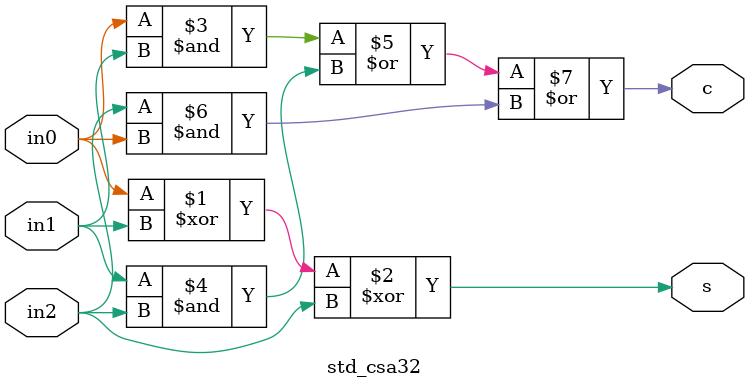
<source format=sv>


module std_csa32 #(parameter DW   = 1) // data width
(
	input [DW-1:0]  in0, //input
	input [DW-1:0]  in1,//input
	input [DW-1:0]  in2,//input
	output [DW-1:0] s, //sum 
	output [DW-1:0] c   //carry
);


assign s[DW-1:0] = in0[DW-1:0] ^ in1[DW-1:0] ^ in2[DW-1:0];
assign c[DW-1:0] = (in0[DW-1:0] & in1[DW-1:0]) | (in1[DW-1:0] & in2[DW-1:0]) | (in2[DW-1:0] & in0[DW-1:0] );


endmodule // std_csa32



</source>
